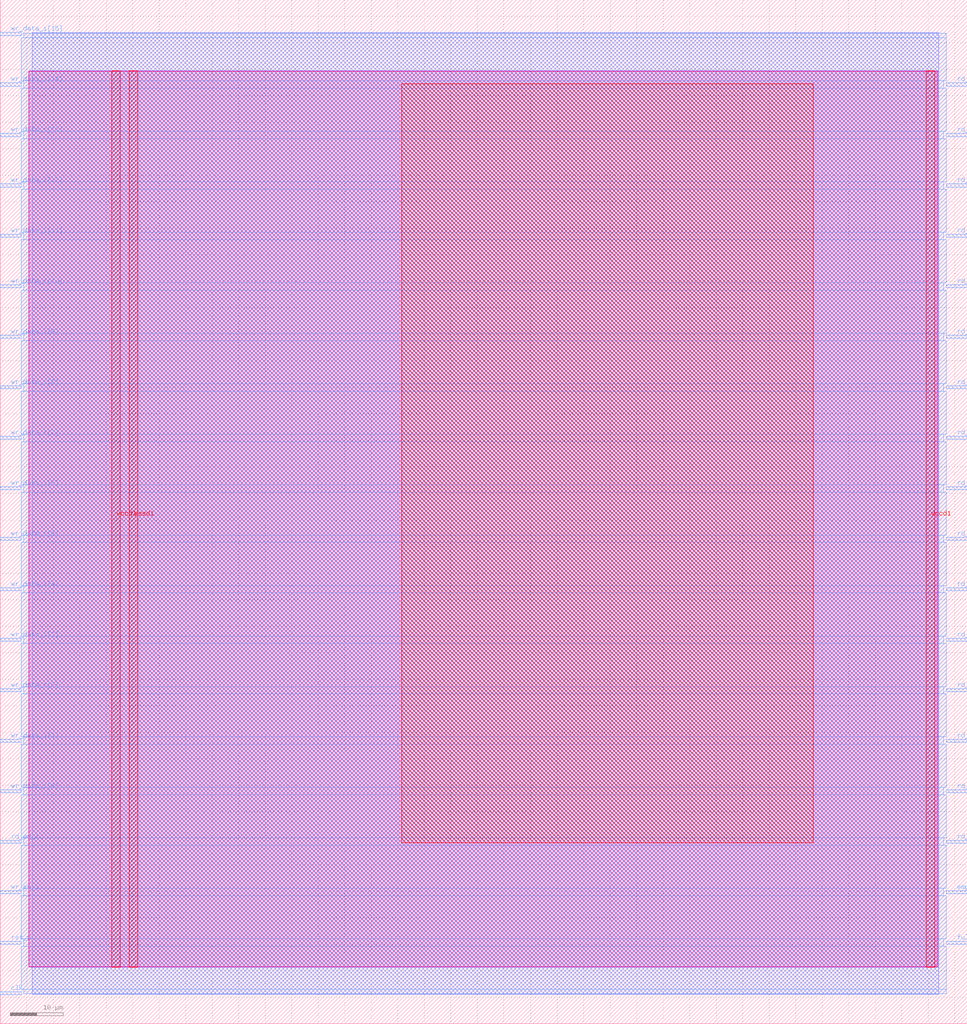
<source format=lef>
VERSION 5.7 ;
  NOWIREEXTENSIONATPIN ON ;
  DIVIDERCHAR "/" ;
  BUSBITCHARS "[]" ;
MACRO sync_fifo
  CLASS BLOCK ;
  FOREIGN sync_fifo ;
  ORIGIN 0.000 0.000 ;
  SIZE 182.365 BY 193.085 ;
  PIN clk
    DIRECTION INPUT ;
    USE SIGNAL ;
    ANTENNAGATEAREA 1.286700 ;
    ANTENNADIFFAREA 0.434700 ;
    PORT
      LAYER met3 ;
        RECT 0.000 5.480 4.000 6.080 ;
    END
  END clk
  PIN empty_o
    DIRECTION OUTPUT ;
    USE SIGNAL ;
    ANTENNADIFFAREA 0.891000 ;
    PORT
      LAYER met3 ;
        RECT 178.365 24.520 182.365 25.120 ;
    END
  END empty_o
  PIN full_o
    DIRECTION OUTPUT ;
    USE SIGNAL ;
    ANTENNADIFFAREA 0.891000 ;
    PORT
      LAYER met3 ;
        RECT 178.365 15.000 182.365 15.600 ;
    END
  END full_o
  PIN rd_data_o[0]
    DIRECTION OUTPUT ;
    USE SIGNAL ;
    ANTENNADIFFAREA 0.891000 ;
    PORT
      LAYER met3 ;
        RECT 178.365 34.040 182.365 34.640 ;
    END
  END rd_data_o[0]
  PIN rd_data_o[10]
    DIRECTION OUTPUT ;
    USE SIGNAL ;
    ANTENNADIFFAREA 0.891000 ;
    PORT
      LAYER met3 ;
        RECT 178.365 129.240 182.365 129.840 ;
    END
  END rd_data_o[10]
  PIN rd_data_o[11]
    DIRECTION OUTPUT ;
    USE SIGNAL ;
    ANTENNADIFFAREA 0.891000 ;
    PORT
      LAYER met3 ;
        RECT 178.365 138.760 182.365 139.360 ;
    END
  END rd_data_o[11]
  PIN rd_data_o[12]
    DIRECTION OUTPUT ;
    USE SIGNAL ;
    ANTENNADIFFAREA 0.891000 ;
    PORT
      LAYER met3 ;
        RECT 178.365 148.280 182.365 148.880 ;
    END
  END rd_data_o[12]
  PIN rd_data_o[13]
    DIRECTION OUTPUT ;
    USE SIGNAL ;
    ANTENNADIFFAREA 0.891000 ;
    PORT
      LAYER met3 ;
        RECT 178.365 157.800 182.365 158.400 ;
    END
  END rd_data_o[13]
  PIN rd_data_o[14]
    DIRECTION OUTPUT ;
    USE SIGNAL ;
    ANTENNADIFFAREA 0.891000 ;
    PORT
      LAYER met3 ;
        RECT 178.365 167.320 182.365 167.920 ;
    END
  END rd_data_o[14]
  PIN rd_data_o[15]
    DIRECTION OUTPUT ;
    USE SIGNAL ;
    ANTENNADIFFAREA 0.891000 ;
    PORT
      LAYER met3 ;
        RECT 178.365 176.840 182.365 177.440 ;
    END
  END rd_data_o[15]
  PIN rd_data_o[1]
    DIRECTION OUTPUT ;
    USE SIGNAL ;
    ANTENNADIFFAREA 0.891000 ;
    PORT
      LAYER met3 ;
        RECT 178.365 43.560 182.365 44.160 ;
    END
  END rd_data_o[1]
  PIN rd_data_o[2]
    DIRECTION OUTPUT ;
    USE SIGNAL ;
    ANTENNADIFFAREA 0.891000 ;
    PORT
      LAYER met3 ;
        RECT 178.365 53.080 182.365 53.680 ;
    END
  END rd_data_o[2]
  PIN rd_data_o[3]
    DIRECTION OUTPUT ;
    USE SIGNAL ;
    ANTENNADIFFAREA 0.891000 ;
    PORT
      LAYER met3 ;
        RECT 178.365 62.600 182.365 63.200 ;
    END
  END rd_data_o[3]
  PIN rd_data_o[4]
    DIRECTION OUTPUT ;
    USE SIGNAL ;
    ANTENNADIFFAREA 0.891000 ;
    PORT
      LAYER met3 ;
        RECT 178.365 72.120 182.365 72.720 ;
    END
  END rd_data_o[4]
  PIN rd_data_o[5]
    DIRECTION OUTPUT ;
    USE SIGNAL ;
    ANTENNADIFFAREA 0.891000 ;
    PORT
      LAYER met3 ;
        RECT 178.365 81.640 182.365 82.240 ;
    END
  END rd_data_o[5]
  PIN rd_data_o[6]
    DIRECTION OUTPUT ;
    USE SIGNAL ;
    ANTENNADIFFAREA 0.891000 ;
    PORT
      LAYER met3 ;
        RECT 178.365 91.160 182.365 91.760 ;
    END
  END rd_data_o[6]
  PIN rd_data_o[7]
    DIRECTION OUTPUT ;
    USE SIGNAL ;
    ANTENNADIFFAREA 0.891000 ;
    PORT
      LAYER met3 ;
        RECT 178.365 100.680 182.365 101.280 ;
    END
  END rd_data_o[7]
  PIN rd_data_o[8]
    DIRECTION OUTPUT ;
    USE SIGNAL ;
    ANTENNADIFFAREA 0.891000 ;
    PORT
      LAYER met3 ;
        RECT 178.365 110.200 182.365 110.800 ;
    END
  END rd_data_o[8]
  PIN rd_data_o[9]
    DIRECTION OUTPUT ;
    USE SIGNAL ;
    ANTENNADIFFAREA 0.891000 ;
    PORT
      LAYER met3 ;
        RECT 178.365 119.720 182.365 120.320 ;
    END
  END rd_data_o[9]
  PIN rd_en_i
    DIRECTION INPUT ;
    USE SIGNAL ;
    ANTENNAGATEAREA 0.647700 ;
    ANTENNADIFFAREA 0.434700 ;
    PORT
      LAYER met3 ;
        RECT 0.000 34.040 4.000 34.640 ;
    END
  END rd_en_i
  PIN rst_n
    DIRECTION INPUT ;
    USE SIGNAL ;
    ANTENNAGATEAREA 0.631200 ;
    ANTENNADIFFAREA 0.434700 ;
    PORT
      LAYER met3 ;
        RECT 0.000 15.000 4.000 15.600 ;
    END
  END rst_n
  PIN vccd1
    DIRECTION INOUT ;
    USE POWER ;
    PORT
      LAYER met4 ;
        RECT 21.040 10.640 22.640 179.760 ;
    END
    PORT
      LAYER met4 ;
        RECT 174.640 10.640 176.240 179.760 ;
    END
  END vccd1
  PIN vssd1
    DIRECTION INOUT ;
    USE GROUND ;
    PORT
      LAYER met4 ;
        RECT 24.340 10.640 25.940 179.760 ;
    END
  END vssd1
  PIN wr_data_i[0]
    DIRECTION INPUT ;
    USE SIGNAL ;
    ANTENNAGATEAREA 0.631200 ;
    ANTENNADIFFAREA 0.434700 ;
    PORT
      LAYER met3 ;
        RECT 0.000 43.560 4.000 44.160 ;
    END
  END wr_data_i[0]
  PIN wr_data_i[10]
    DIRECTION INPUT ;
    USE SIGNAL ;
    ANTENNAGATEAREA 0.631200 ;
    ANTENNADIFFAREA 0.434700 ;
    PORT
      LAYER met3 ;
        RECT 0.000 138.760 4.000 139.360 ;
    END
  END wr_data_i[10]
  PIN wr_data_i[11]
    DIRECTION INPUT ;
    USE SIGNAL ;
    ANTENNAGATEAREA 0.631200 ;
    ANTENNADIFFAREA 0.434700 ;
    PORT
      LAYER met3 ;
        RECT 0.000 148.280 4.000 148.880 ;
    END
  END wr_data_i[11]
  PIN wr_data_i[12]
    DIRECTION INPUT ;
    USE SIGNAL ;
    ANTENNAGATEAREA 0.560700 ;
    ANTENNADIFFAREA 0.434700 ;
    PORT
      LAYER met3 ;
        RECT 0.000 157.800 4.000 158.400 ;
    END
  END wr_data_i[12]
  PIN wr_data_i[13]
    DIRECTION INPUT ;
    USE SIGNAL ;
    ANTENNAGATEAREA 0.631200 ;
    ANTENNADIFFAREA 0.434700 ;
    PORT
      LAYER met3 ;
        RECT 0.000 167.320 4.000 167.920 ;
    END
  END wr_data_i[13]
  PIN wr_data_i[14]
    DIRECTION INPUT ;
    USE SIGNAL ;
    ANTENNAGATEAREA 0.631200 ;
    ANTENNADIFFAREA 0.434700 ;
    PORT
      LAYER met3 ;
        RECT 0.000 176.840 4.000 177.440 ;
    END
  END wr_data_i[14]
  PIN wr_data_i[15]
    DIRECTION INPUT ;
    USE SIGNAL ;
    ANTENNAGATEAREA 0.631200 ;
    ANTENNADIFFAREA 0.434700 ;
    PORT
      LAYER met3 ;
        RECT 0.000 186.360 4.000 186.960 ;
    END
  END wr_data_i[15]
  PIN wr_data_i[1]
    DIRECTION INPUT ;
    USE SIGNAL ;
    ANTENNAGATEAREA 0.631200 ;
    ANTENNADIFFAREA 0.434700 ;
    PORT
      LAYER met3 ;
        RECT 0.000 53.080 4.000 53.680 ;
    END
  END wr_data_i[1]
  PIN wr_data_i[2]
    DIRECTION INPUT ;
    USE SIGNAL ;
    ANTENNAGATEAREA 0.631200 ;
    ANTENNADIFFAREA 0.434700 ;
    PORT
      LAYER met3 ;
        RECT 0.000 62.600 4.000 63.200 ;
    END
  END wr_data_i[2]
  PIN wr_data_i[3]
    DIRECTION INPUT ;
    USE SIGNAL ;
    ANTENNAGATEAREA 0.631200 ;
    ANTENNADIFFAREA 0.434700 ;
    PORT
      LAYER met3 ;
        RECT 0.000 72.120 4.000 72.720 ;
    END
  END wr_data_i[3]
  PIN wr_data_i[4]
    DIRECTION INPUT ;
    USE SIGNAL ;
    ANTENNAGATEAREA 0.631200 ;
    ANTENNADIFFAREA 0.434700 ;
    PORT
      LAYER met3 ;
        RECT 0.000 81.640 4.000 82.240 ;
    END
  END wr_data_i[4]
  PIN wr_data_i[5]
    DIRECTION INPUT ;
    USE SIGNAL ;
    ANTENNAGATEAREA 0.631200 ;
    ANTENNADIFFAREA 0.434700 ;
    PORT
      LAYER met3 ;
        RECT 0.000 91.160 4.000 91.760 ;
    END
  END wr_data_i[5]
  PIN wr_data_i[6]
    DIRECTION INPUT ;
    USE SIGNAL ;
    ANTENNAGATEAREA 0.631200 ;
    ANTENNADIFFAREA 0.434700 ;
    PORT
      LAYER met3 ;
        RECT 0.000 100.680 4.000 101.280 ;
    END
  END wr_data_i[6]
  PIN wr_data_i[7]
    DIRECTION INPUT ;
    USE SIGNAL ;
    ANTENNAGATEAREA 0.647700 ;
    ANTENNADIFFAREA 0.434700 ;
    PORT
      LAYER met3 ;
        RECT 0.000 110.200 4.000 110.800 ;
    END
  END wr_data_i[7]
  PIN wr_data_i[8]
    DIRECTION INPUT ;
    USE SIGNAL ;
    ANTENNAGATEAREA 0.631200 ;
    ANTENNADIFFAREA 0.434700 ;
    PORT
      LAYER met3 ;
        RECT 0.000 119.720 4.000 120.320 ;
    END
  END wr_data_i[8]
  PIN wr_data_i[9]
    DIRECTION INPUT ;
    USE SIGNAL ;
    ANTENNAGATEAREA 0.647700 ;
    ANTENNADIFFAREA 0.434700 ;
    PORT
      LAYER met3 ;
        RECT 0.000 129.240 4.000 129.840 ;
    END
  END wr_data_i[9]
  PIN wr_en_i
    DIRECTION INPUT ;
    USE SIGNAL ;
    ANTENNAGATEAREA 0.647700 ;
    ANTENNADIFFAREA 0.434700 ;
    PORT
      LAYER met3 ;
        RECT 0.000 24.520 4.000 25.120 ;
    END
  END wr_en_i
  OBS
      LAYER nwell ;
        RECT 5.330 10.795 176.830 179.605 ;
      LAYER li1 ;
        RECT 5.520 10.795 176.640 179.605 ;
      LAYER met1 ;
        RECT 5.520 10.640 177.030 179.760 ;
      LAYER met2 ;
        RECT 6.070 5.595 177.010 186.845 ;
      LAYER met3 ;
        RECT 4.400 185.960 178.365 186.825 ;
        RECT 4.000 177.840 178.365 185.960 ;
        RECT 4.400 176.440 177.965 177.840 ;
        RECT 4.000 168.320 178.365 176.440 ;
        RECT 4.400 166.920 177.965 168.320 ;
        RECT 4.000 158.800 178.365 166.920 ;
        RECT 4.400 157.400 177.965 158.800 ;
        RECT 4.000 149.280 178.365 157.400 ;
        RECT 4.400 147.880 177.965 149.280 ;
        RECT 4.000 139.760 178.365 147.880 ;
        RECT 4.400 138.360 177.965 139.760 ;
        RECT 4.000 130.240 178.365 138.360 ;
        RECT 4.400 128.840 177.965 130.240 ;
        RECT 4.000 120.720 178.365 128.840 ;
        RECT 4.400 119.320 177.965 120.720 ;
        RECT 4.000 111.200 178.365 119.320 ;
        RECT 4.400 109.800 177.965 111.200 ;
        RECT 4.000 101.680 178.365 109.800 ;
        RECT 4.400 100.280 177.965 101.680 ;
        RECT 4.000 92.160 178.365 100.280 ;
        RECT 4.400 90.760 177.965 92.160 ;
        RECT 4.000 82.640 178.365 90.760 ;
        RECT 4.400 81.240 177.965 82.640 ;
        RECT 4.000 73.120 178.365 81.240 ;
        RECT 4.400 71.720 177.965 73.120 ;
        RECT 4.000 63.600 178.365 71.720 ;
        RECT 4.400 62.200 177.965 63.600 ;
        RECT 4.000 54.080 178.365 62.200 ;
        RECT 4.400 52.680 177.965 54.080 ;
        RECT 4.000 44.560 178.365 52.680 ;
        RECT 4.400 43.160 177.965 44.560 ;
        RECT 4.000 35.040 178.365 43.160 ;
        RECT 4.400 33.640 177.965 35.040 ;
        RECT 4.000 25.520 178.365 33.640 ;
        RECT 4.400 24.120 177.965 25.520 ;
        RECT 4.000 16.000 178.365 24.120 ;
        RECT 4.400 14.600 177.965 16.000 ;
        RECT 4.000 6.480 178.365 14.600 ;
        RECT 4.400 5.615 178.365 6.480 ;
      LAYER met4 ;
        RECT 75.735 34.175 153.345 177.305 ;
  END
END sync_fifo
END LIBRARY


</source>
